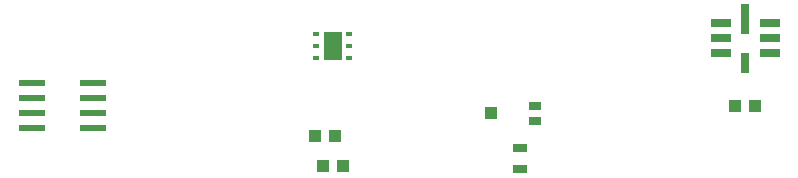
<source format=gtp>
G75*
G70*
%OFA0B0*%
%FSLAX24Y24*%
%IPPOS*%
%LPD*%
%AMOC8*
5,1,8,0,0,1.08239X$1,22.5*
%
%ADD10R,0.0315X0.0984*%
%ADD11R,0.0315X0.0657*%
%ADD12R,0.0657X0.0315*%
%ADD13R,0.0433X0.0394*%
%ADD14R,0.0433X0.0315*%
%ADD15R,0.0472X0.0315*%
%ADD16R,0.0236X0.0157*%
%ADD17R,0.0630X0.0945*%
%ADD18R,0.0866X0.0236*%
D10*
X030623Y008750D03*
D11*
X030623Y007288D03*
D12*
X029810Y007601D03*
X029810Y008101D03*
X029810Y008601D03*
X031436Y008601D03*
X031436Y008101D03*
X031436Y007601D03*
D13*
X030958Y005851D03*
X030288Y005851D03*
X022141Y005597D03*
X017208Y003851D03*
X016538Y003851D03*
X016288Y004851D03*
X016958Y004851D03*
D14*
X023609Y005345D03*
X023609Y005857D03*
D15*
X023123Y004455D03*
X023123Y003746D03*
D16*
X017424Y007457D03*
X017424Y007851D03*
X017424Y008244D03*
X016322Y008244D03*
X016322Y007851D03*
X016322Y007457D03*
D17*
X016873Y007851D03*
D18*
X006849Y005101D03*
X006849Y005601D03*
X006849Y006101D03*
X006849Y006601D03*
X008897Y006601D03*
X008897Y006101D03*
X008897Y005601D03*
X008897Y005101D03*
M02*

</source>
